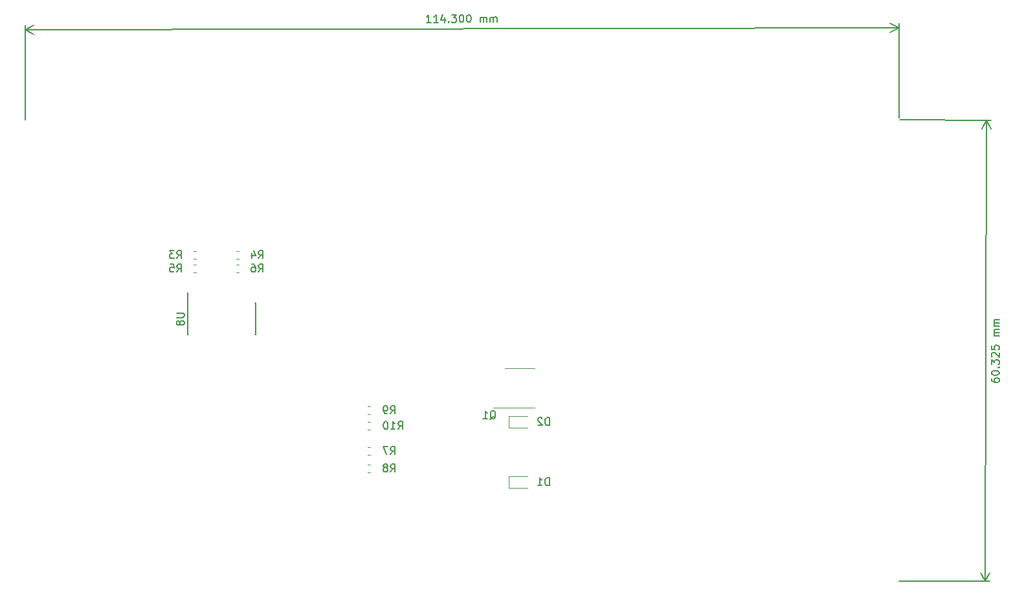
<source format=gbo>
G04 #@! TF.GenerationSoftware,KiCad,Pcbnew,(5.1.5)-3*
G04 #@! TF.CreationDate,2020-03-04T17:55:08-05:00*
G04 #@! TF.ProjectId,ufcs,75666373-2e6b-4696-9361-645f70636258,rev?*
G04 #@! TF.SameCoordinates,Original*
G04 #@! TF.FileFunction,Legend,Bot*
G04 #@! TF.FilePolarity,Positive*
%FSLAX46Y46*%
G04 Gerber Fmt 4.6, Leading zero omitted, Abs format (unit mm)*
G04 Created by KiCad (PCBNEW (5.1.5)-3) date 2020-03-04 17:55:08*
%MOMM*%
%LPD*%
G04 APERTURE LIST*
%ADD10C,0.150000*%
%ADD11C,0.120000*%
G04 APERTURE END LIST*
D10*
X211989323Y-120277996D02*
X211988922Y-120468472D01*
X212036341Y-120563810D01*
X212083860Y-120611529D01*
X212226516Y-120707068D01*
X212416891Y-120755088D01*
X212797843Y-120755890D01*
X212893181Y-120708471D01*
X212940900Y-120660953D01*
X212988720Y-120565815D01*
X212989121Y-120375339D01*
X212941702Y-120280001D01*
X212894184Y-120232282D01*
X212799046Y-120184463D01*
X212560951Y-120183961D01*
X212465613Y-120231380D01*
X212417894Y-120278898D01*
X212370074Y-120374036D01*
X212369673Y-120564512D01*
X212417092Y-120659850D01*
X212464611Y-120707569D01*
X212559748Y-120755389D01*
X211990827Y-119563712D02*
X211991028Y-119468474D01*
X212038847Y-119373337D01*
X212086566Y-119325818D01*
X212181904Y-119278399D01*
X212372480Y-119231181D01*
X212610575Y-119231683D01*
X212800951Y-119279703D01*
X212896088Y-119327522D01*
X212943607Y-119375241D01*
X212991025Y-119470579D01*
X212990825Y-119565817D01*
X212943005Y-119660955D01*
X212895286Y-119708474D01*
X212799948Y-119755892D01*
X212609372Y-119803110D01*
X212371277Y-119802609D01*
X212180902Y-119754589D01*
X212085764Y-119706769D01*
X212038246Y-119659050D01*
X211990827Y-119563712D01*
X212897191Y-118803714D02*
X212944910Y-118756195D01*
X212992429Y-118803914D01*
X212944710Y-118851433D01*
X212897191Y-118803714D01*
X212992429Y-118803914D01*
X211993233Y-118420857D02*
X211994536Y-117801811D01*
X212374786Y-118135946D01*
X212375087Y-117993089D01*
X212422906Y-117897951D01*
X212470626Y-117850433D01*
X212565964Y-117803014D01*
X212804058Y-117803515D01*
X212899196Y-117851335D01*
X212946715Y-117899054D01*
X212994133Y-117994392D01*
X212993532Y-118280106D01*
X212945712Y-118375243D01*
X212897993Y-118422762D01*
X212090576Y-117421060D02*
X212043058Y-117373341D01*
X211995639Y-117278003D01*
X211996140Y-117039908D01*
X212043960Y-116944770D01*
X212091679Y-116897252D01*
X212187017Y-116849833D01*
X212282255Y-116850034D01*
X212425012Y-116897954D01*
X212995236Y-117470584D01*
X212996539Y-116851538D01*
X211998446Y-115944672D02*
X211997444Y-116420862D01*
X212473533Y-116469483D01*
X212426014Y-116421764D01*
X212378596Y-116326426D01*
X212379097Y-116088331D01*
X212426916Y-115993194D01*
X212474636Y-115945675D01*
X212569974Y-115898256D01*
X212808068Y-115898758D01*
X212903206Y-115946577D01*
X212950725Y-115994296D01*
X212998143Y-116089635D01*
X212997642Y-116327729D01*
X212949823Y-116422867D01*
X212902103Y-116470386D01*
X213001050Y-114708685D02*
X212334385Y-114707282D01*
X212429623Y-114707482D02*
X212382104Y-114659763D01*
X212334686Y-114564425D01*
X212334987Y-114421568D01*
X212382806Y-114326430D01*
X212478144Y-114279012D01*
X213001953Y-114280115D01*
X212478144Y-114279012D02*
X212383007Y-114231193D01*
X212335588Y-114135854D01*
X212335889Y-113992998D01*
X212383708Y-113897860D01*
X212479047Y-113850441D01*
X213002855Y-113851544D01*
X213003857Y-113375355D02*
X212337192Y-113373951D01*
X212432430Y-113374152D02*
X212384911Y-113326433D01*
X212337493Y-113231094D01*
X212337794Y-113088238D01*
X212385613Y-112993100D01*
X212480951Y-112945682D01*
X213004760Y-112946784D01*
X212480951Y-112945682D02*
X212385814Y-112897862D01*
X212338395Y-112802524D01*
X212338696Y-112659667D01*
X212386515Y-112564530D01*
X212481854Y-112517111D01*
X213005662Y-112518214D01*
X211308164Y-86447254D02*
X211181164Y-146772254D01*
X200025000Y-86423500D02*
X211894583Y-86448489D01*
X199898000Y-146748500D02*
X211767583Y-146773489D01*
X211181164Y-146772254D02*
X210597116Y-145644518D01*
X211181164Y-146772254D02*
X211769955Y-145646987D01*
X211308164Y-86447254D02*
X210719373Y-87572521D01*
X211308164Y-86447254D02*
X211892212Y-87574990D01*
X138672284Y-73657378D02*
X138100857Y-73658648D01*
X138386570Y-73658013D02*
X138384348Y-72658015D01*
X138289428Y-72801084D01*
X138194401Y-72896533D01*
X138099269Y-72944364D01*
X139624662Y-73655262D02*
X139053235Y-73656531D01*
X139338949Y-73655897D02*
X139336727Y-72655899D01*
X139241806Y-72798967D01*
X139146780Y-72894417D01*
X139051648Y-72942248D01*
X140480322Y-72986692D02*
X140481803Y-73653357D01*
X140241380Y-72606270D02*
X140004873Y-73321083D01*
X140623919Y-73319707D01*
X141005400Y-73556955D02*
X141053124Y-73604468D01*
X141005611Y-73652193D01*
X140957887Y-73604680D01*
X141005400Y-73556955D01*
X141005611Y-73652193D01*
X141384341Y-72651349D02*
X142003387Y-72649973D01*
X141670901Y-73031665D01*
X141813757Y-73031348D01*
X141909101Y-73078755D01*
X141956826Y-73126268D01*
X142004656Y-73221400D01*
X142005186Y-73459495D01*
X141957778Y-73554839D01*
X141910265Y-73602563D01*
X141815133Y-73650394D01*
X141529420Y-73651029D01*
X141434076Y-73603622D01*
X141386351Y-73556108D01*
X142622433Y-72648597D02*
X142717671Y-72648386D01*
X142813014Y-72695793D01*
X142860739Y-72743306D01*
X142908570Y-72838438D01*
X142956612Y-73028808D01*
X142957141Y-73266903D01*
X142909945Y-73457484D01*
X142862538Y-73552828D01*
X142815025Y-73600553D01*
X142719893Y-73648383D01*
X142624655Y-73648595D01*
X142529311Y-73601188D01*
X142481586Y-73553675D01*
X142433756Y-73458543D01*
X142385714Y-73268173D01*
X142385185Y-73030078D01*
X142432380Y-72839496D01*
X142479788Y-72744153D01*
X142527301Y-72696428D01*
X142622433Y-72648597D01*
X143574811Y-72646481D02*
X143670049Y-72646269D01*
X143765393Y-72693677D01*
X143813118Y-72741190D01*
X143860948Y-72836322D01*
X143908990Y-73026692D01*
X143909519Y-73264786D01*
X143862324Y-73455368D01*
X143814917Y-73550712D01*
X143767403Y-73598436D01*
X143672271Y-73646267D01*
X143577034Y-73646479D01*
X143481690Y-73599071D01*
X143433965Y-73551558D01*
X143386135Y-73456426D01*
X143338092Y-73266056D01*
X143337563Y-73027962D01*
X143384759Y-72837380D01*
X143432166Y-72742036D01*
X143479679Y-72694312D01*
X143574811Y-72646481D01*
X145100839Y-73643092D02*
X145099358Y-72976427D01*
X145099569Y-73071665D02*
X145147083Y-73023940D01*
X145242215Y-72976110D01*
X145385071Y-72975792D01*
X145480415Y-73023200D01*
X145528246Y-73118332D01*
X145529410Y-73642140D01*
X145528246Y-73118332D02*
X145575653Y-73022988D01*
X145670785Y-72975157D01*
X145813642Y-72974840D01*
X145908985Y-73022247D01*
X145956816Y-73117379D01*
X145957980Y-73641188D01*
X146434169Y-73640129D02*
X146432688Y-72973464D01*
X146432899Y-73068702D02*
X146480413Y-73020977D01*
X146575545Y-72973147D01*
X146718401Y-72972829D01*
X146813745Y-73020237D01*
X146861576Y-73115369D01*
X146862740Y-73639177D01*
X146861576Y-73115369D02*
X146908983Y-73020025D01*
X147004115Y-72972195D01*
X147146972Y-72971877D01*
X147242315Y-73019284D01*
X147290146Y-73114416D01*
X147291310Y-73638225D01*
X199871777Y-74369001D02*
X85571777Y-74623001D01*
X199898000Y-86169500D02*
X199870474Y-73782582D01*
X85598000Y-86423500D02*
X85570474Y-74036582D01*
X85571777Y-74623001D02*
X86696975Y-74034078D01*
X85571777Y-74623001D02*
X86699581Y-75206917D01*
X199871777Y-74369001D02*
X198743973Y-73785085D01*
X199871777Y-74369001D02*
X198746579Y-74957924D01*
D11*
X148821000Y-133059500D02*
X151281000Y-133059500D01*
X148821000Y-134529500D02*
X148821000Y-133059500D01*
X151281000Y-134529500D02*
X148821000Y-134529500D01*
X150276000Y-124035500D02*
X146826000Y-124035500D01*
X150276000Y-124035500D02*
X152226000Y-124035500D01*
X150276000Y-118915500D02*
X148326000Y-118915500D01*
X150276000Y-118915500D02*
X152226000Y-118915500D01*
X148835000Y-125185500D02*
X151295000Y-125185500D01*
X148835000Y-126655500D02*
X148835000Y-125185500D01*
X151295000Y-126655500D02*
X148835000Y-126655500D01*
X107651733Y-103566500D02*
X107994267Y-103566500D01*
X107651733Y-104586500D02*
X107994267Y-104586500D01*
X113518767Y-104586500D02*
X113176233Y-104586500D01*
X113518767Y-103566500D02*
X113176233Y-103566500D01*
X107651733Y-105344500D02*
X107994267Y-105344500D01*
X107651733Y-106364500D02*
X107994267Y-106364500D01*
X113518767Y-105344500D02*
X113176233Y-105344500D01*
X113518767Y-106364500D02*
X113176233Y-106364500D01*
X130398733Y-129220500D02*
X130741267Y-129220500D01*
X130398733Y-130240500D02*
X130741267Y-130240500D01*
X130741267Y-131506500D02*
X130398733Y-131506500D01*
X130741267Y-132526500D02*
X130398733Y-132526500D01*
X130398733Y-124906500D02*
X130741267Y-124906500D01*
X130398733Y-123886500D02*
X130741267Y-123886500D01*
X130741267Y-125918500D02*
X130398733Y-125918500D01*
X130741267Y-126938500D02*
X130398733Y-126938500D01*
D10*
X106865500Y-110383500D02*
X106890500Y-110383500D01*
X106865500Y-114533500D02*
X106980500Y-114533500D01*
X115765500Y-114533500D02*
X115650500Y-114533500D01*
X115765500Y-110383500D02*
X115650500Y-110383500D01*
X106865500Y-110383500D02*
X106865500Y-114533500D01*
X115765500Y-110383500D02*
X115765500Y-114533500D01*
X106890500Y-110383500D02*
X106890500Y-109008500D01*
X154154095Y-134246880D02*
X154154095Y-133246880D01*
X153916000Y-133246880D01*
X153773142Y-133294500D01*
X153677904Y-133389738D01*
X153630285Y-133484976D01*
X153582666Y-133675452D01*
X153582666Y-133818309D01*
X153630285Y-134008785D01*
X153677904Y-134104023D01*
X153773142Y-134199261D01*
X153916000Y-134246880D01*
X154154095Y-134246880D01*
X152630285Y-134246880D02*
X153201714Y-134246880D01*
X152916000Y-134246880D02*
X152916000Y-133246880D01*
X153011238Y-133389738D01*
X153106476Y-133484976D01*
X153201714Y-133532595D01*
X146399238Y-125579119D02*
X146494476Y-125531500D01*
X146589714Y-125436261D01*
X146732571Y-125293404D01*
X146827809Y-125245785D01*
X146923047Y-125245785D01*
X146875428Y-125483880D02*
X146970666Y-125436261D01*
X147065904Y-125341023D01*
X147113523Y-125150547D01*
X147113523Y-124817214D01*
X147065904Y-124626738D01*
X146970666Y-124531500D01*
X146875428Y-124483880D01*
X146684952Y-124483880D01*
X146589714Y-124531500D01*
X146494476Y-124626738D01*
X146446857Y-124817214D01*
X146446857Y-125150547D01*
X146494476Y-125341023D01*
X146589714Y-125436261D01*
X146684952Y-125483880D01*
X146875428Y-125483880D01*
X145494476Y-125483880D02*
X146065904Y-125483880D01*
X145780190Y-125483880D02*
X145780190Y-124483880D01*
X145875428Y-124626738D01*
X145970666Y-124721976D01*
X146065904Y-124769595D01*
X154154095Y-126372880D02*
X154154095Y-125372880D01*
X153916000Y-125372880D01*
X153773142Y-125420500D01*
X153677904Y-125515738D01*
X153630285Y-125610976D01*
X153582666Y-125801452D01*
X153582666Y-125944309D01*
X153630285Y-126134785D01*
X153677904Y-126230023D01*
X153773142Y-126325261D01*
X153916000Y-126372880D01*
X154154095Y-126372880D01*
X153201714Y-125468119D02*
X153154095Y-125420500D01*
X153058857Y-125372880D01*
X152820761Y-125372880D01*
X152725523Y-125420500D01*
X152677904Y-125468119D01*
X152630285Y-125563357D01*
X152630285Y-125658595D01*
X152677904Y-125801452D01*
X153249333Y-126372880D01*
X152630285Y-126372880D01*
X105449666Y-104528880D02*
X105783000Y-104052690D01*
X106021095Y-104528880D02*
X106021095Y-103528880D01*
X105640142Y-103528880D01*
X105544904Y-103576500D01*
X105497285Y-103624119D01*
X105449666Y-103719357D01*
X105449666Y-103862214D01*
X105497285Y-103957452D01*
X105544904Y-104005071D01*
X105640142Y-104052690D01*
X106021095Y-104052690D01*
X105116333Y-103528880D02*
X104497285Y-103528880D01*
X104830619Y-103909833D01*
X104687761Y-103909833D01*
X104592523Y-103957452D01*
X104544904Y-104005071D01*
X104497285Y-104100309D01*
X104497285Y-104338404D01*
X104544904Y-104433642D01*
X104592523Y-104481261D01*
X104687761Y-104528880D01*
X104973476Y-104528880D01*
X105068714Y-104481261D01*
X105116333Y-104433642D01*
X116117666Y-104528880D02*
X116451000Y-104052690D01*
X116689095Y-104528880D02*
X116689095Y-103528880D01*
X116308142Y-103528880D01*
X116212904Y-103576500D01*
X116165285Y-103624119D01*
X116117666Y-103719357D01*
X116117666Y-103862214D01*
X116165285Y-103957452D01*
X116212904Y-104005071D01*
X116308142Y-104052690D01*
X116689095Y-104052690D01*
X115260523Y-103862214D02*
X115260523Y-104528880D01*
X115498619Y-103481261D02*
X115736714Y-104195547D01*
X115117666Y-104195547D01*
X105449666Y-106306880D02*
X105783000Y-105830690D01*
X106021095Y-106306880D02*
X106021095Y-105306880D01*
X105640142Y-105306880D01*
X105544904Y-105354500D01*
X105497285Y-105402119D01*
X105449666Y-105497357D01*
X105449666Y-105640214D01*
X105497285Y-105735452D01*
X105544904Y-105783071D01*
X105640142Y-105830690D01*
X106021095Y-105830690D01*
X104544904Y-105306880D02*
X105021095Y-105306880D01*
X105068714Y-105783071D01*
X105021095Y-105735452D01*
X104925857Y-105687833D01*
X104687761Y-105687833D01*
X104592523Y-105735452D01*
X104544904Y-105783071D01*
X104497285Y-105878309D01*
X104497285Y-106116404D01*
X104544904Y-106211642D01*
X104592523Y-106259261D01*
X104687761Y-106306880D01*
X104925857Y-106306880D01*
X105021095Y-106259261D01*
X105068714Y-106211642D01*
X116117666Y-106306880D02*
X116451000Y-105830690D01*
X116689095Y-106306880D02*
X116689095Y-105306880D01*
X116308142Y-105306880D01*
X116212904Y-105354500D01*
X116165285Y-105402119D01*
X116117666Y-105497357D01*
X116117666Y-105640214D01*
X116165285Y-105735452D01*
X116212904Y-105783071D01*
X116308142Y-105830690D01*
X116689095Y-105830690D01*
X115260523Y-105306880D02*
X115451000Y-105306880D01*
X115546238Y-105354500D01*
X115593857Y-105402119D01*
X115689095Y-105544976D01*
X115736714Y-105735452D01*
X115736714Y-106116404D01*
X115689095Y-106211642D01*
X115641476Y-106259261D01*
X115546238Y-106306880D01*
X115355761Y-106306880D01*
X115260523Y-106259261D01*
X115212904Y-106211642D01*
X115165285Y-106116404D01*
X115165285Y-105878309D01*
X115212904Y-105783071D01*
X115260523Y-105735452D01*
X115355761Y-105687833D01*
X115546238Y-105687833D01*
X115641476Y-105735452D01*
X115689095Y-105783071D01*
X115736714Y-105878309D01*
X133389666Y-130182880D02*
X133723000Y-129706690D01*
X133961095Y-130182880D02*
X133961095Y-129182880D01*
X133580142Y-129182880D01*
X133484904Y-129230500D01*
X133437285Y-129278119D01*
X133389666Y-129373357D01*
X133389666Y-129516214D01*
X133437285Y-129611452D01*
X133484904Y-129659071D01*
X133580142Y-129706690D01*
X133961095Y-129706690D01*
X133056333Y-129182880D02*
X132389666Y-129182880D01*
X132818238Y-130182880D01*
X133389666Y-132468880D02*
X133723000Y-131992690D01*
X133961095Y-132468880D02*
X133961095Y-131468880D01*
X133580142Y-131468880D01*
X133484904Y-131516500D01*
X133437285Y-131564119D01*
X133389666Y-131659357D01*
X133389666Y-131802214D01*
X133437285Y-131897452D01*
X133484904Y-131945071D01*
X133580142Y-131992690D01*
X133961095Y-131992690D01*
X132818238Y-131897452D02*
X132913476Y-131849833D01*
X132961095Y-131802214D01*
X133008714Y-131706976D01*
X133008714Y-131659357D01*
X132961095Y-131564119D01*
X132913476Y-131516500D01*
X132818238Y-131468880D01*
X132627761Y-131468880D01*
X132532523Y-131516500D01*
X132484904Y-131564119D01*
X132437285Y-131659357D01*
X132437285Y-131706976D01*
X132484904Y-131802214D01*
X132532523Y-131849833D01*
X132627761Y-131897452D01*
X132818238Y-131897452D01*
X132913476Y-131945071D01*
X132961095Y-131992690D01*
X133008714Y-132087928D01*
X133008714Y-132278404D01*
X132961095Y-132373642D01*
X132913476Y-132421261D01*
X132818238Y-132468880D01*
X132627761Y-132468880D01*
X132532523Y-132421261D01*
X132484904Y-132373642D01*
X132437285Y-132278404D01*
X132437285Y-132087928D01*
X132484904Y-131992690D01*
X132532523Y-131945071D01*
X132627761Y-131897452D01*
X133389666Y-124848880D02*
X133723000Y-124372690D01*
X133961095Y-124848880D02*
X133961095Y-123848880D01*
X133580142Y-123848880D01*
X133484904Y-123896500D01*
X133437285Y-123944119D01*
X133389666Y-124039357D01*
X133389666Y-124182214D01*
X133437285Y-124277452D01*
X133484904Y-124325071D01*
X133580142Y-124372690D01*
X133961095Y-124372690D01*
X132913476Y-124848880D02*
X132723000Y-124848880D01*
X132627761Y-124801261D01*
X132580142Y-124753642D01*
X132484904Y-124610785D01*
X132437285Y-124420309D01*
X132437285Y-124039357D01*
X132484904Y-123944119D01*
X132532523Y-123896500D01*
X132627761Y-123848880D01*
X132818238Y-123848880D01*
X132913476Y-123896500D01*
X132961095Y-123944119D01*
X133008714Y-124039357D01*
X133008714Y-124277452D01*
X132961095Y-124372690D01*
X132913476Y-124420309D01*
X132818238Y-124467928D01*
X132627761Y-124467928D01*
X132532523Y-124420309D01*
X132484904Y-124372690D01*
X132437285Y-124277452D01*
X134373857Y-126880880D02*
X134707190Y-126404690D01*
X134945285Y-126880880D02*
X134945285Y-125880880D01*
X134564333Y-125880880D01*
X134469095Y-125928500D01*
X134421476Y-125976119D01*
X134373857Y-126071357D01*
X134373857Y-126214214D01*
X134421476Y-126309452D01*
X134469095Y-126357071D01*
X134564333Y-126404690D01*
X134945285Y-126404690D01*
X133421476Y-126880880D02*
X133992904Y-126880880D01*
X133707190Y-126880880D02*
X133707190Y-125880880D01*
X133802428Y-126023738D01*
X133897666Y-126118976D01*
X133992904Y-126166595D01*
X132802428Y-125880880D02*
X132707190Y-125880880D01*
X132611952Y-125928500D01*
X132564333Y-125976119D01*
X132516714Y-126071357D01*
X132469095Y-126261833D01*
X132469095Y-126499928D01*
X132516714Y-126690404D01*
X132564333Y-126785642D01*
X132611952Y-126833261D01*
X132707190Y-126880880D01*
X132802428Y-126880880D01*
X132897666Y-126833261D01*
X132945285Y-126785642D01*
X132992904Y-126690404D01*
X133040523Y-126499928D01*
X133040523Y-126261833D01*
X132992904Y-126071357D01*
X132945285Y-125976119D01*
X132897666Y-125928500D01*
X132802428Y-125880880D01*
X105392880Y-111696595D02*
X106202404Y-111696595D01*
X106297642Y-111744214D01*
X106345261Y-111791833D01*
X106392880Y-111887071D01*
X106392880Y-112077547D01*
X106345261Y-112172785D01*
X106297642Y-112220404D01*
X106202404Y-112268023D01*
X105392880Y-112268023D01*
X105821452Y-112887071D02*
X105773833Y-112791833D01*
X105726214Y-112744214D01*
X105630976Y-112696595D01*
X105583357Y-112696595D01*
X105488119Y-112744214D01*
X105440500Y-112791833D01*
X105392880Y-112887071D01*
X105392880Y-113077547D01*
X105440500Y-113172785D01*
X105488119Y-113220404D01*
X105583357Y-113268023D01*
X105630976Y-113268023D01*
X105726214Y-113220404D01*
X105773833Y-113172785D01*
X105821452Y-113077547D01*
X105821452Y-112887071D01*
X105869071Y-112791833D01*
X105916690Y-112744214D01*
X106011928Y-112696595D01*
X106202404Y-112696595D01*
X106297642Y-112744214D01*
X106345261Y-112791833D01*
X106392880Y-112887071D01*
X106392880Y-113077547D01*
X106345261Y-113172785D01*
X106297642Y-113220404D01*
X106202404Y-113268023D01*
X106011928Y-113268023D01*
X105916690Y-113220404D01*
X105869071Y-113172785D01*
X105821452Y-113077547D01*
M02*

</source>
